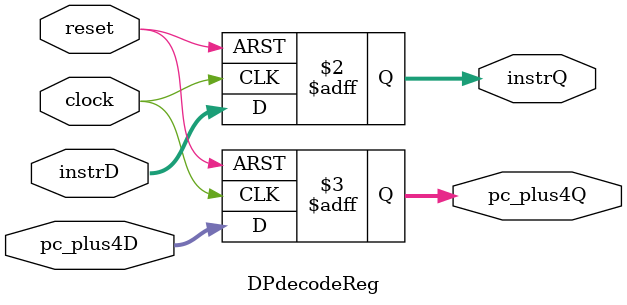
<source format=v>
`timescale 1ns / 1ps

module DPdecodeReg(
        input wire clock,
        input wire reset,
        input wire [31:0] instrD,
        input wire [31:0] pc_plus4D,
        output reg [31:0] instrQ,
        output reg [31:0] pc_plus4Q
    );
    
        always @ (posedge clock, posedge reset) begin
            if (reset) begin
                instrQ <= 0;
                pc_plus4Q <= 0;
            end
            else begin
                instrQ <= instrD;
                pc_plus4Q <= pc_plus4D;
            end
        end
        
endmodule

</source>
